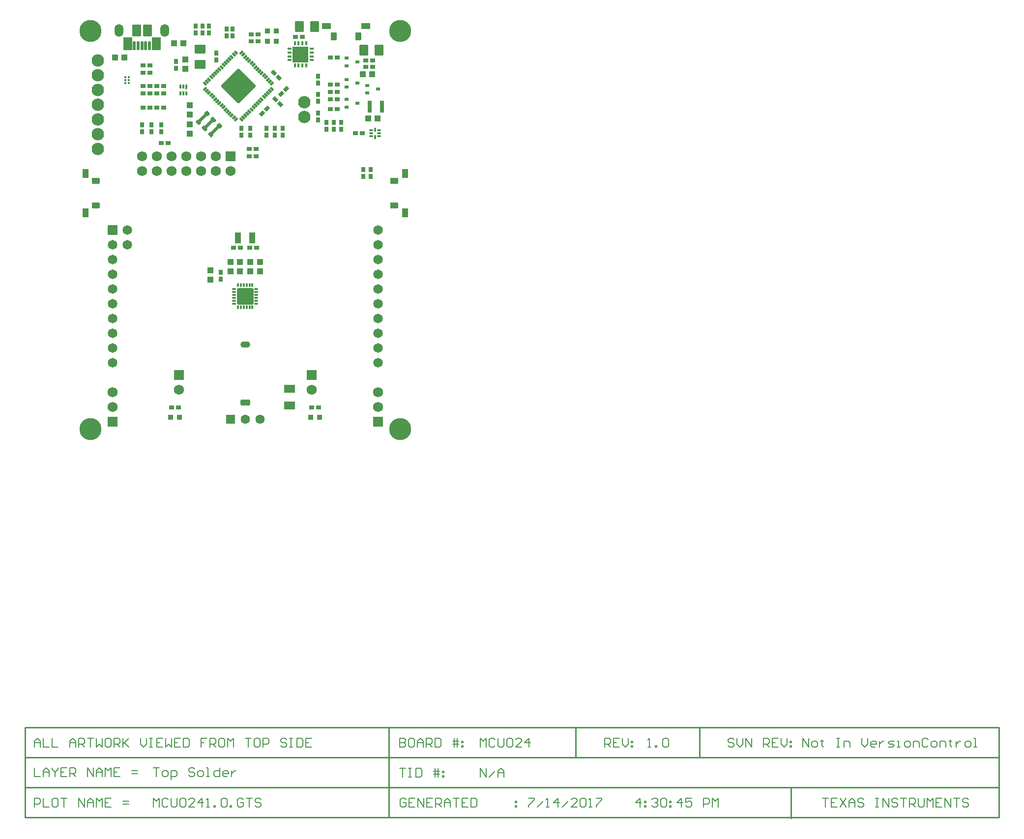
<source format=gts>
G04 Layer_Color=8388736*
%FSAX25Y25*%
%MOIN*%
G70*
G01*
G75*
%ADD48C,0.01000*%
%ADD49C,0.00800*%
%ADD60C,0.06496*%
%ADD87R,0.04331X0.04134*%
%ADD88R,0.04134X0.04331*%
G04:AMPARAMS|DCode=89|XSize=22.44mil|YSize=27.56mil|CornerRadius=3.91mil|HoleSize=0mil|Usage=FLASHONLY|Rotation=270.000|XOffset=0mil|YOffset=0mil|HoleType=Round|Shape=RoundedRectangle|*
%AMROUNDEDRECTD89*
21,1,0.02244,0.01974,0,0,270.0*
21,1,0.01462,0.02756,0,0,270.0*
1,1,0.00782,-0.00987,-0.00731*
1,1,0.00782,-0.00987,0.00731*
1,1,0.00782,0.00987,0.00731*
1,1,0.00782,0.00987,-0.00731*
%
%ADD89ROUNDEDRECTD89*%
%ADD90R,0.03543X0.02756*%
%ADD91R,0.02756X0.03543*%
G04:AMPARAMS|DCode=92|XSize=27.56mil|YSize=35.43mil|CornerRadius=0mil|HoleSize=0mil|Usage=FLASHONLY|Rotation=315.000|XOffset=0mil|YOffset=0mil|HoleType=Round|Shape=Rectangle|*
%AMROTATEDRECTD92*
4,1,4,-0.02227,-0.00278,0.00278,0.02227,0.02227,0.00278,-0.00278,-0.02227,-0.02227,-0.00278,0.0*
%
%ADD92ROTATEDRECTD92*%

G04:AMPARAMS|DCode=93|XSize=27.56mil|YSize=35.43mil|CornerRadius=0mil|HoleSize=0mil|Usage=FLASHONLY|Rotation=225.000|XOffset=0mil|YOffset=0mil|HoleType=Round|Shape=Rectangle|*
%AMROTATEDRECTD93*
4,1,4,-0.00278,0.02227,0.02227,-0.00278,0.00278,-0.02227,-0.02227,0.00278,-0.00278,0.02227,0.0*
%
%ADD93ROTATEDRECTD93*%

G04:AMPARAMS|DCode=94|XSize=74.8mil|YSize=59.06mil|CornerRadius=3.9mil|HoleSize=0mil|Usage=FLASHONLY|Rotation=90.000|XOffset=0mil|YOffset=0mil|HoleType=Round|Shape=RoundedRectangle|*
%AMROUNDEDRECTD94*
21,1,0.07480,0.05126,0,0,90.0*
21,1,0.06701,0.05906,0,0,90.0*
1,1,0.00780,0.02563,0.03350*
1,1,0.00780,0.02563,-0.03350*
1,1,0.00780,-0.02563,-0.03350*
1,1,0.00780,-0.02563,0.03350*
%
%ADD94ROUNDEDRECTD94*%
G04:AMPARAMS|DCode=95|XSize=74.8mil|YSize=59.06mil|CornerRadius=3.9mil|HoleSize=0mil|Usage=FLASHONLY|Rotation=0.000|XOffset=0mil|YOffset=0mil|HoleType=Round|Shape=RoundedRectangle|*
%AMROUNDEDRECTD95*
21,1,0.07480,0.05126,0,0,0.0*
21,1,0.06701,0.05906,0,0,0.0*
1,1,0.00780,0.03350,-0.02563*
1,1,0.00780,-0.03350,-0.02563*
1,1,0.00780,-0.03350,0.02563*
1,1,0.00780,0.03350,0.02563*
%
%ADD95ROUNDEDRECTD95*%
%ADD96R,0.03543X0.03543*%
G04:AMPARAMS|DCode=97|XSize=39.37mil|YSize=55.12mil|CornerRadius=3.92mil|HoleSize=0mil|Usage=FLASHONLY|Rotation=270.000|XOffset=0mil|YOffset=0mil|HoleType=Round|Shape=RoundedRectangle|*
%AMROUNDEDRECTD97*
21,1,0.03937,0.04728,0,0,270.0*
21,1,0.03154,0.05512,0,0,270.0*
1,1,0.00784,-0.02364,-0.01577*
1,1,0.00784,-0.02364,0.01577*
1,1,0.00784,0.02364,0.01577*
1,1,0.00784,0.02364,-0.01577*
%
%ADD97ROUNDEDRECTD97*%
G04:AMPARAMS|DCode=98|XSize=61.02mil|YSize=43.31mil|CornerRadius=3.94mil|HoleSize=0mil|Usage=FLASHONLY|Rotation=270.000|XOffset=0mil|YOffset=0mil|HoleType=Round|Shape=RoundedRectangle|*
%AMROUNDEDRECTD98*
21,1,0.06102,0.03543,0,0,270.0*
21,1,0.05315,0.04331,0,0,270.0*
1,1,0.00787,-0.01772,-0.02658*
1,1,0.00787,-0.01772,0.02658*
1,1,0.00787,0.01772,0.02658*
1,1,0.00787,0.01772,-0.02658*
%
%ADD98ROUNDEDRECTD98*%
G04:AMPARAMS|DCode=99|XSize=39.37mil|YSize=55.12mil|CornerRadius=3.92mil|HoleSize=0mil|Usage=FLASHONLY|Rotation=0.000|XOffset=0mil|YOffset=0mil|HoleType=Round|Shape=RoundedRectangle|*
%AMROUNDEDRECTD99*
21,1,0.03937,0.04728,0,0,0.0*
21,1,0.03154,0.05512,0,0,0.0*
1,1,0.00784,0.01577,-0.02364*
1,1,0.00784,-0.01577,-0.02364*
1,1,0.00784,-0.01577,0.02364*
1,1,0.00784,0.01577,0.02364*
%
%ADD99ROUNDEDRECTD99*%
G04:AMPARAMS|DCode=100|XSize=61.02mil|YSize=43.31mil|CornerRadius=3.94mil|HoleSize=0mil|Usage=FLASHONLY|Rotation=0.000|XOffset=0mil|YOffset=0mil|HoleType=Round|Shape=RoundedRectangle|*
%AMROUNDEDRECTD100*
21,1,0.06102,0.03543,0,0,0.0*
21,1,0.05315,0.04331,0,0,0.0*
1,1,0.00787,0.02658,-0.01772*
1,1,0.00787,-0.02658,-0.01772*
1,1,0.00787,-0.02658,0.01772*
1,1,0.00787,0.02658,0.01772*
%
%ADD100ROUNDEDRECTD100*%
%ADD101R,0.07677X0.05512*%
%ADD102R,0.02756X0.08268*%
%ADD103R,0.01772X0.01181*%
%ADD104R,0.01575X0.01181*%
%ADD105R,0.01378X0.03150*%
%ADD106R,0.01378X0.02992*%
%ADD107R,0.04331X0.07480*%
G04:AMPARAMS|DCode=108|XSize=62.01mil|YSize=86.61mil|CornerRadius=4mil|HoleSize=0mil|Usage=FLASHONLY|Rotation=0.000|XOffset=0mil|YOffset=0mil|HoleType=Round|Shape=RoundedRectangle|*
%AMROUNDEDRECTD108*
21,1,0.06201,0.07861,0,0,0.0*
21,1,0.05401,0.08661,0,0,0.0*
1,1,0.00800,0.02700,-0.03931*
1,1,0.00800,-0.02700,-0.03931*
1,1,0.00800,-0.02700,0.03931*
1,1,0.00800,0.02700,0.03931*
%
%ADD108ROUNDEDRECTD108*%
G04:AMPARAMS|DCode=109|XSize=58.07mil|YSize=78.74mil|CornerRadius=3.86mil|HoleSize=0mil|Usage=FLASHONLY|Rotation=0.000|XOffset=0mil|YOffset=0mil|HoleType=Round|Shape=RoundedRectangle|*
%AMROUNDEDRECTD109*
21,1,0.05807,0.07101,0,0,0.0*
21,1,0.05034,0.07874,0,0,0.0*
1,1,0.00773,0.02517,-0.03551*
1,1,0.00773,-0.02517,-0.03551*
1,1,0.00773,-0.02517,0.03551*
1,1,0.00773,0.02517,0.03551*
%
%ADD109ROUNDEDRECTD109*%
G04:AMPARAMS|DCode=110|XSize=21.65mil|YSize=58.27mil|CornerRadius=3.92mil|HoleSize=0mil|Usage=FLASHONLY|Rotation=0.000|XOffset=0mil|YOffset=0mil|HoleType=Round|Shape=RoundedRectangle|*
%AMROUNDEDRECTD110*
21,1,0.02165,0.05043,0,0,0.0*
21,1,0.01382,0.05827,0,0,0.0*
1,1,0.00784,0.00691,-0.02522*
1,1,0.00784,-0.00691,-0.02522*
1,1,0.00784,-0.00691,0.02522*
1,1,0.00784,0.00691,0.02522*
%
%ADD110ROUNDEDRECTD110*%
G04:AMPARAMS|DCode=111|XSize=106.36mil|YSize=19.75mil|CornerRadius=0mil|HoleSize=0mil|Usage=FLASHONLY|Rotation=45.000|XOffset=0mil|YOffset=0mil|HoleType=Round|Shape=Rectangle|*
%AMROTATEDRECTD111*
4,1,4,-0.03062,-0.04459,-0.04459,-0.03062,0.03062,0.04459,0.04459,0.03062,-0.03062,-0.04459,0.0*
%
%ADD111ROTATEDRECTD111*%

G04:AMPARAMS|DCode=112|XSize=171.26mil|YSize=171.26mil|CornerRadius=3.64mil|HoleSize=0mil|Usage=FLASHONLY|Rotation=135.000|XOffset=0mil|YOffset=0mil|HoleType=Round|Shape=RoundedRectangle|*
%AMROUNDEDRECTD112*
21,1,0.17126,0.16398,0,0,135.0*
21,1,0.16398,0.17126,0,0,135.0*
1,1,0.00728,0.00000,0.11595*
1,1,0.00728,0.11595,0.00000*
1,1,0.00728,0.00000,-0.11595*
1,1,0.00728,-0.11595,0.00000*
%
%ADD112ROUNDEDRECTD112*%
G04:AMPARAMS|DCode=113|XSize=14.96mil|YSize=29.13mil|CornerRadius=4.74mil|HoleSize=0mil|Usage=FLASHONLY|Rotation=315.000|XOffset=0mil|YOffset=0mil|HoleType=Round|Shape=RoundedRectangle|*
%AMROUNDEDRECTD113*
21,1,0.01496,0.01965,0,0,315.0*
21,1,0.00548,0.02913,0,0,315.0*
1,1,0.00948,-0.00501,-0.00889*
1,1,0.00948,-0.00889,-0.00501*
1,1,0.00948,0.00501,0.00889*
1,1,0.00948,0.00889,0.00501*
%
%ADD113ROUNDEDRECTD113*%
G04:AMPARAMS|DCode=114|XSize=14.96mil|YSize=29.13mil|CornerRadius=4.74mil|HoleSize=0mil|Usage=FLASHONLY|Rotation=45.000|XOffset=0mil|YOffset=0mil|HoleType=Round|Shape=RoundedRectangle|*
%AMROUNDEDRECTD114*
21,1,0.01496,0.01965,0,0,45.0*
21,1,0.00548,0.02913,0,0,45.0*
1,1,0.00948,0.00889,-0.00501*
1,1,0.00948,0.00501,-0.00889*
1,1,0.00948,-0.00889,0.00501*
1,1,0.00948,-0.00501,0.00889*
%
%ADD114ROUNDEDRECTD114*%
G04:AMPARAMS|DCode=115|XSize=13.39mil|YSize=27.56mil|CornerRadius=3.95mil|HoleSize=0mil|Usage=FLASHONLY|Rotation=90.000|XOffset=0mil|YOffset=0mil|HoleType=Round|Shape=RoundedRectangle|*
%AMROUNDEDRECTD115*
21,1,0.01339,0.01965,0,0,90.0*
21,1,0.00548,0.02756,0,0,90.0*
1,1,0.00791,0.00983,0.00274*
1,1,0.00791,0.00983,-0.00274*
1,1,0.00791,-0.00983,-0.00274*
1,1,0.00791,-0.00983,0.00274*
%
%ADD115ROUNDEDRECTD115*%
G04:AMPARAMS|DCode=116|XSize=13.39mil|YSize=27.56mil|CornerRadius=3.95mil|HoleSize=0mil|Usage=FLASHONLY|Rotation=0.000|XOffset=0mil|YOffset=0mil|HoleType=Round|Shape=RoundedRectangle|*
%AMROUNDEDRECTD116*
21,1,0.01339,0.01965,0,0,0.0*
21,1,0.00548,0.02756,0,0,0.0*
1,1,0.00791,0.00274,-0.00983*
1,1,0.00791,-0.00274,-0.00983*
1,1,0.00791,-0.00274,0.00983*
1,1,0.00791,0.00274,0.00983*
%
%ADD116ROUNDEDRECTD116*%
G04:AMPARAMS|DCode=117|XSize=110.24mil|YSize=110.24mil|CornerRadius=4.1mil|HoleSize=0mil|Usage=FLASHONLY|Rotation=0.000|XOffset=0mil|YOffset=0mil|HoleType=Round|Shape=RoundedRectangle|*
%AMROUNDEDRECTD117*
21,1,0.11024,0.10205,0,0,0.0*
21,1,0.10205,0.11024,0,0,0.0*
1,1,0.00819,0.05102,-0.05102*
1,1,0.00819,-0.05102,-0.05102*
1,1,0.00819,-0.05102,0.05102*
1,1,0.00819,0.05102,0.05102*
%
%ADD117ROUNDEDRECTD117*%
%ADD118O,0.02756X0.01575*%
%ADD119O,0.01575X0.02756*%
%ADD120R,0.11024X0.11024*%
G04:AMPARAMS|DCode=121|XSize=13.78mil|YSize=25.59mil|CornerRadius=3.94mil|HoleSize=0mil|Usage=FLASHONLY|Rotation=90.000|XOffset=0mil|YOffset=0mil|HoleType=Round|Shape=RoundedRectangle|*
%AMROUNDEDRECTD121*
21,1,0.01378,0.01772,0,0,90.0*
21,1,0.00591,0.02559,0,0,90.0*
1,1,0.00787,0.00886,0.00295*
1,1,0.00787,0.00886,-0.00295*
1,1,0.00787,-0.00886,-0.00295*
1,1,0.00787,-0.00886,0.00295*
%
%ADD121ROUNDEDRECTD121*%
G04:AMPARAMS|DCode=122|XSize=11.81mil|YSize=25.59mil|CornerRadius=3.94mil|HoleSize=0mil|Usage=FLASHONLY|Rotation=90.000|XOffset=0mil|YOffset=0mil|HoleType=Round|Shape=RoundedRectangle|*
%AMROUNDEDRECTD122*
21,1,0.01181,0.01772,0,0,90.0*
21,1,0.00394,0.02559,0,0,90.0*
1,1,0.00787,0.00886,0.00197*
1,1,0.00787,0.00886,-0.00197*
1,1,0.00787,-0.00886,-0.00197*
1,1,0.00787,-0.00886,0.00197*
%
%ADD122ROUNDEDRECTD122*%
G04:AMPARAMS|DCode=123|XSize=15.75mil|YSize=27.56mil|CornerRadius=3.92mil|HoleSize=0mil|Usage=FLASHONLY|Rotation=0.000|XOffset=0mil|YOffset=0mil|HoleType=Round|Shape=RoundedRectangle|*
%AMROUNDEDRECTD123*
21,1,0.01575,0.01972,0,0,0.0*
21,1,0.00791,0.02756,0,0,0.0*
1,1,0.00784,0.00396,-0.00986*
1,1,0.00784,-0.00396,-0.00986*
1,1,0.00784,-0.00396,0.00986*
1,1,0.00784,0.00396,0.00986*
%
%ADD123ROUNDEDRECTD123*%
G04:AMPARAMS|DCode=124|XSize=43.31mil|YSize=66.93mil|CornerRadius=11.81mil|HoleSize=0mil|Usage=FLASHONLY|Rotation=90.000|XOffset=0mil|YOffset=0mil|HoleType=Round|Shape=RoundedRectangle|*
%AMROUNDEDRECTD124*
21,1,0.04331,0.04331,0,0,90.0*
21,1,0.01969,0.06693,0,0,90.0*
1,1,0.02362,0.02165,0.00984*
1,1,0.02362,0.02165,-0.00984*
1,1,0.02362,-0.02165,-0.00984*
1,1,0.02362,-0.02165,0.00984*
%
%ADD124ROUNDEDRECTD124*%
%ADD125O,0.06693X0.04331*%
%ADD126C,0.15000*%
%ADD127C,0.08394*%
G04:AMPARAMS|DCode=128|XSize=68.9mil|YSize=68.9mil|CornerRadius=3.92mil|HoleSize=0mil|Usage=FLASHONLY|Rotation=270.000|XOffset=0mil|YOffset=0mil|HoleType=Round|Shape=RoundedRectangle|*
%AMROUNDEDRECTD128*
21,1,0.06890,0.06106,0,0,270.0*
21,1,0.06106,0.06890,0,0,270.0*
1,1,0.00784,-0.03053,-0.03053*
1,1,0.00784,-0.03053,0.03053*
1,1,0.00784,0.03053,0.03053*
1,1,0.00784,0.03053,-0.03053*
%
%ADD128ROUNDEDRECTD128*%
%ADD129C,0.06890*%
G04:AMPARAMS|DCode=130|XSize=64.96mil|YSize=64.96mil|CornerRadius=3.8mil|HoleSize=0mil|Usage=FLASHONLY|Rotation=270.000|XOffset=0mil|YOffset=0mil|HoleType=Round|Shape=RoundedRectangle|*
%AMROUNDEDRECTD130*
21,1,0.06496,0.05736,0,0,270.0*
21,1,0.05736,0.06496,0,0,270.0*
1,1,0.00760,-0.02868,-0.02868*
1,1,0.00760,-0.02868,0.02868*
1,1,0.00760,0.02868,0.02868*
1,1,0.00760,0.02868,-0.02868*
%
%ADD130ROUNDEDRECTD130*%
%ADD131R,0.06299X0.06299*%
%ADD132C,0.06299*%
G04:AMPARAMS|DCode=133|XSize=86.61mil|YSize=59.06mil|CornerRadius=29.53mil|HoleSize=0mil|Usage=FLASHONLY|Rotation=270.000|XOffset=0mil|YOffset=0mil|HoleType=Round|Shape=RoundedRectangle|*
%AMROUNDEDRECTD133*
21,1,0.08661,0.00000,0,0,270.0*
21,1,0.02756,0.05906,0,0,270.0*
1,1,0.05906,0.00000,-0.01378*
1,1,0.05906,0.00000,0.01378*
1,1,0.05906,0.00000,0.01378*
1,1,0.05906,0.00000,-0.01378*
%
%ADD133ROUNDEDRECTD133*%
%ADD134R,0.06890X0.06890*%
G36*
X0171420Y0511151D02*
X0171457Y0511139D01*
X0171491Y0511121D01*
X0171521Y0511097D01*
X0173748Y0508870D01*
X0173773Y0508840D01*
X0173791Y0508805D01*
X0173802Y0508768D01*
X0173806Y0508730D01*
X0173802Y0508691D01*
X0173791Y0508654D01*
X0173773Y0508620D01*
X0173748Y0508590D01*
X0172356Y0507198D01*
X0172326Y0507173D01*
X0172292Y0507155D01*
X0172255Y0507144D01*
X0172216Y0507140D01*
X0172178Y0507144D01*
X0172141Y0507155D01*
X0172107Y0507173D01*
X0172077Y0507198D01*
X0169850Y0509425D01*
X0169825Y0509455D01*
X0169807Y0509489D01*
X0169795Y0509526D01*
X0169792Y0509565D01*
X0169795Y0509603D01*
X0169807Y0509641D01*
X0169825Y0509675D01*
X0169850Y0509705D01*
X0171241Y0511097D01*
X0171271Y0511121D01*
X0171306Y0511139D01*
X0171343Y0511151D01*
X0171381Y0511155D01*
X0171420Y0511151D01*
D02*
G37*
G36*
X0161259Y0509341D02*
X0161296Y0509330D01*
X0161330Y0509312D01*
X0161360Y0509287D01*
X0163587Y0507060D01*
X0163612Y0507030D01*
X0163630Y0506996D01*
X0163641Y0506959D01*
X0163645Y0506920D01*
X0163641Y0506882D01*
X0163630Y0506844D01*
X0163612Y0506810D01*
X0163587Y0506780D01*
X0162195Y0505388D01*
X0162165Y0505364D01*
X0162131Y0505345D01*
X0162094Y0505334D01*
X0162055Y0505330D01*
X0162017Y0505334D01*
X0161980Y0505345D01*
X0161945Y0505364D01*
X0161915Y0505388D01*
X0159688Y0507615D01*
X0159664Y0507645D01*
X0159645Y0507680D01*
X0159634Y0507717D01*
X0159630Y0507755D01*
X0159634Y0507794D01*
X0159645Y0507831D01*
X0159664Y0507865D01*
X0159688Y0507895D01*
X0161080Y0509287D01*
X0161110Y0509312D01*
X0161144Y0509330D01*
X0161181Y0509341D01*
X0161220Y0509345D01*
X0161259Y0509341D01*
D02*
G37*
G36*
X0165435Y0505165D02*
X0165472Y0505154D01*
X0165506Y0505136D01*
X0165536Y0505111D01*
X0167763Y0502884D01*
X0167763Y0502884D01*
X0167788Y0502854D01*
X0167806Y0502820D01*
X0167809Y0502809D01*
X0167817Y0502783D01*
X0167821Y0502744D01*
X0167817Y0502706D01*
X0167806Y0502669D01*
X0167788Y0502634D01*
X0167763Y0502604D01*
X0166371Y0501213D01*
X0166341Y0501188D01*
X0166307Y0501170D01*
X0166270Y0501158D01*
X0166231Y0501155D01*
X0166192Y0501158D01*
X0166155Y0501170D01*
X0166121Y0501188D01*
X0166091Y0501213D01*
X0163864Y0503440D01*
X0163864Y0503440D01*
X0163840Y0503470D01*
X0163821Y0503504D01*
X0163818Y0503515D01*
X0163810Y0503541D01*
X0163806Y0503580D01*
X0163810Y0503618D01*
X0163821Y0503655D01*
X0163840Y0503689D01*
X0163864Y0503719D01*
X0165256Y0505111D01*
X0165286Y0505136D01*
X0165320Y0505154D01*
X0165357Y0505165D01*
X0165396Y0505169D01*
X0165435Y0505165D01*
D02*
G37*
G36*
X0157083Y0513517D02*
X0157120Y0513506D01*
X0157154Y0513487D01*
X0157184Y0513463D01*
X0159411Y0511236D01*
X0159411Y0511236D01*
X0159436Y0511206D01*
X0159454Y0511172D01*
X0159458Y0511160D01*
X0159465Y0511135D01*
X0159469Y0511096D01*
X0159465Y0511057D01*
X0159454Y0511020D01*
X0159436Y0510986D01*
X0159411Y0510956D01*
X0158019Y0509564D01*
X0157989Y0509540D01*
X0157955Y0509521D01*
X0157918Y0509510D01*
X0157879Y0509506D01*
X0157841Y0509510D01*
X0157804Y0509521D01*
X0157770Y0509540D01*
X0157740Y0509564D01*
X0155513Y0511791D01*
X0155512Y0511791D01*
X0155488Y0511821D01*
X0155470Y0511855D01*
X0155466Y0511867D01*
X0155458Y0511893D01*
X0155455Y0511931D01*
X0155458Y0511970D01*
X0155470Y0512007D01*
X0155488Y0512041D01*
X0155512Y0512071D01*
X0156904Y0513463D01*
X0156934Y0513487D01*
X0156969Y0513506D01*
X0157006Y0513517D01*
X0157044Y0513521D01*
X0157083Y0513517D01*
D02*
G37*
G36*
X0149699Y0534775D02*
X0149736Y0534764D01*
X0149770Y0534746D01*
X0149801Y0534721D01*
X0149825Y0534691D01*
X0149843Y0534657D01*
X0149855Y0534620D01*
X0149858Y0534581D01*
Y0534384D01*
X0149858Y0534384D01*
X0149856Y0534365D01*
X0149855Y0534346D01*
X0149846Y0534317D01*
X0149843Y0534309D01*
X0149825Y0534274D01*
X0149801Y0534244D01*
X0149407Y0533851D01*
X0149407Y0533851D01*
X0149393Y0533840D01*
X0149377Y0533826D01*
X0149343Y0533808D01*
X0149305Y0533797D01*
X0149302Y0533796D01*
X0149267Y0533793D01*
X0149267Y0533793D01*
X0148676D01*
X0148638Y0533797D01*
X0148601Y0533808D01*
X0148566Y0533826D01*
X0148537Y0533851D01*
X0148512Y0533881D01*
X0148494Y0533915D01*
X0148482Y0533952D01*
X0148479Y0533990D01*
Y0534581D01*
X0148482Y0534620D01*
X0148494Y0534657D01*
X0148512Y0534691D01*
X0148537Y0534721D01*
X0148566Y0534746D01*
X0148601Y0534764D01*
X0148638Y0534775D01*
X0148676Y0534779D01*
X0149661D01*
X0149699Y0534775D01*
D02*
G37*
G36*
X0163068Y0519502D02*
X0163105Y0519491D01*
X0163140Y0519473D01*
X0163170Y0519448D01*
X0165397Y0517221D01*
X0165421Y0517191D01*
X0165439Y0517157D01*
X0165451Y0517120D01*
X0165455Y0517081D01*
X0165451Y0517043D01*
X0165439Y0517006D01*
X0165421Y0516971D01*
X0165397Y0516941D01*
X0164005Y0515550D01*
X0163975Y0515525D01*
X0163941Y0515507D01*
X0163903Y0515495D01*
X0163865Y0515492D01*
X0163826Y0515495D01*
X0163789Y0515507D01*
X0163755Y0515525D01*
X0163725Y0515550D01*
X0161498Y0517777D01*
X0161473Y0517807D01*
X0161455Y0517841D01*
X0161444Y0517878D01*
X0161440Y0517916D01*
X0161444Y0517955D01*
X0161455Y0517992D01*
X0161473Y0518026D01*
X0161498Y0518056D01*
X0162890Y0519448D01*
X0162920Y0519473D01*
X0162954Y0519491D01*
X0162991Y0519502D01*
X0163030Y0519506D01*
X0163068Y0519502D01*
D02*
G37*
G36*
X0167244Y0515327D02*
X0167270Y0515319D01*
X0167281Y0515315D01*
X0167315Y0515297D01*
X0167345Y0515273D01*
X0167345Y0515272D01*
X0169572Y0513045D01*
X0169597Y0513015D01*
X0169615Y0512981D01*
X0169627Y0512944D01*
X0169630Y0512906D01*
X0169627Y0512867D01*
X0169615Y0512830D01*
X0169597Y0512796D01*
X0169572Y0512766D01*
X0168181Y0511374D01*
X0168150Y0511349D01*
X0168116Y0511331D01*
X0168079Y0511320D01*
X0168041Y0511316D01*
X0168002Y0511320D01*
X0167976Y0511327D01*
X0167965Y0511331D01*
X0167931Y0511349D01*
X0167901Y0511374D01*
X0167901Y0511374D01*
X0165674Y0513601D01*
X0165649Y0513631D01*
X0165631Y0513665D01*
X0165620Y0513702D01*
X0165616Y0513741D01*
X0165620Y0513779D01*
X0165631Y0513816D01*
X0165649Y0513851D01*
X0165674Y0513880D01*
X0167066Y0515273D01*
X0167096Y0515297D01*
X0167130Y0515315D01*
X0167167Y0515327D01*
X0167206Y0515330D01*
X0167244Y0515327D01*
D02*
G37*
G54D48*
X0559400Y0039400D02*
Y0059683D01*
X0440500Y0040050D02*
X0700200D01*
Y0101050D01*
X0286500Y0040050D02*
Y0101050D01*
X0040000Y0040050D02*
Y0101050D01*
X0040050Y0040050D02*
X0197600D01*
X0040050D02*
Y0101050D01*
Y0101050D02*
X0700200D01*
X0040000Y0040050D02*
X0440500D01*
X0040000Y0060383D02*
X0700000D01*
X0040000Y0080717D02*
X0700200D01*
X0413200D02*
Y0101050D01*
X0497200Y0080717D02*
Y0101050D01*
G54D49*
X0126900Y0073549D02*
X0130899D01*
X0128899D01*
Y0067551D01*
X0133898D02*
X0135897D01*
X0136897Y0068550D01*
Y0070550D01*
X0135897Y0071549D01*
X0133898D01*
X0132898Y0070550D01*
Y0068550D01*
X0133898Y0067551D01*
X0138896Y0065551D02*
Y0071549D01*
X0141895D01*
X0142895Y0070550D01*
Y0068550D01*
X0141895Y0067551D01*
X0138896D01*
X0154891Y0072549D02*
X0153891Y0073549D01*
X0151892D01*
X0150892Y0072549D01*
Y0071549D01*
X0151892Y0070550D01*
X0153891D01*
X0154891Y0069550D01*
Y0068550D01*
X0153891Y0067551D01*
X0151892D01*
X0150892Y0068550D01*
X0157890Y0067551D02*
X0159889D01*
X0160889Y0068550D01*
Y0070550D01*
X0159889Y0071549D01*
X0157890D01*
X0156890Y0070550D01*
Y0068550D01*
X0157890Y0067551D01*
X0162888D02*
X0164888D01*
X0163888D01*
Y0073549D01*
X0162888D01*
X0171885D02*
Y0067551D01*
X0168886D01*
X0167887Y0068550D01*
Y0070550D01*
X0168886Y0071549D01*
X0171885D01*
X0176884Y0067551D02*
X0174884D01*
X0173885Y0068550D01*
Y0070550D01*
X0174884Y0071549D01*
X0176884D01*
X0177884Y0070550D01*
Y0069550D01*
X0173885D01*
X0179883Y0071549D02*
Y0067551D01*
Y0069550D01*
X0180883Y0070550D01*
X0181882Y0071549D01*
X0182882D01*
X0126900Y0073549D02*
X0130899D01*
X0128899D01*
Y0067551D01*
X0133898D02*
X0135897D01*
X0136897Y0068550D01*
Y0070550D01*
X0135897Y0071549D01*
X0133898D01*
X0132898Y0070550D01*
Y0068550D01*
X0133898Y0067551D01*
X0138896Y0065551D02*
Y0071549D01*
X0141895D01*
X0142895Y0070550D01*
Y0068550D01*
X0141895Y0067551D01*
X0138896D01*
X0154891Y0072549D02*
X0153891Y0073549D01*
X0151892D01*
X0150892Y0072549D01*
Y0071549D01*
X0151892Y0070550D01*
X0153891D01*
X0154891Y0069550D01*
Y0068550D01*
X0153891Y0067551D01*
X0151892D01*
X0150892Y0068550D01*
X0157890Y0067551D02*
X0159889D01*
X0160889Y0068550D01*
Y0070550D01*
X0159889Y0071549D01*
X0157890D01*
X0156890Y0070550D01*
Y0068550D01*
X0157890Y0067551D01*
X0162888D02*
X0164888D01*
X0163888D01*
Y0073549D01*
X0162888D01*
X0171885D02*
Y0067551D01*
X0168886D01*
X0167887Y0068550D01*
Y0070550D01*
X0168886Y0071549D01*
X0171885D01*
X0176884Y0067551D02*
X0174884D01*
X0173885Y0068550D01*
Y0070550D01*
X0174884Y0071549D01*
X0176884D01*
X0177884Y0070550D01*
Y0069550D01*
X0173885D01*
X0179883Y0071549D02*
Y0067551D01*
Y0069550D01*
X0180883Y0070550D01*
X0181882Y0071549D01*
X0182882D01*
X0348550Y0067500D02*
Y0073498D01*
X0352549Y0067500D01*
Y0073498D01*
X0354548Y0067500D02*
X0358547Y0071499D01*
X0360546Y0067500D02*
Y0071499D01*
X0362545Y0073498D01*
X0364545Y0071499D01*
Y0067500D01*
Y0070499D01*
X0360546D01*
X0294000Y0073498D02*
X0297999D01*
X0295999D01*
Y0067500D01*
X0299998Y0073498D02*
X0301997D01*
X0300998D01*
Y0067500D01*
X0299998D01*
X0301997D01*
X0304996Y0073498D02*
Y0067500D01*
X0307996D01*
X0308995Y0068500D01*
Y0072498D01*
X0307996Y0073498D01*
X0304996D01*
X0317992Y0067500D02*
Y0073498D01*
X0319992D02*
Y0067500D01*
X0316993Y0071499D02*
X0319992D01*
X0320991D01*
X0316993Y0069499D02*
X0320991D01*
X0322991Y0071499D02*
X0323990D01*
Y0070499D01*
X0322991D01*
Y0071499D01*
Y0068500D02*
X0323990D01*
Y0067500D01*
X0322991D01*
Y0068500D01*
X0580500Y0052965D02*
X0584499D01*
X0582499D01*
Y0046966D01*
X0590497Y0052965D02*
X0586498D01*
Y0046966D01*
X0590497D01*
X0586498Y0049966D02*
X0588497D01*
X0592496Y0052965D02*
X0596495Y0046966D01*
Y0052965D02*
X0592496Y0046966D01*
X0598494D02*
Y0050965D01*
X0600493Y0052965D01*
X0602493Y0050965D01*
Y0046966D01*
Y0049966D01*
X0598494D01*
X0608491Y0051965D02*
X0607491Y0052965D01*
X0605492D01*
X0604492Y0051965D01*
Y0050965D01*
X0605492Y0049966D01*
X0607491D01*
X0608491Y0048966D01*
Y0047966D01*
X0607491Y0046966D01*
X0605492D01*
X0604492Y0047966D01*
X0616488Y0052965D02*
X0618488D01*
X0617488D01*
Y0046966D01*
X0616488D01*
X0618488D01*
X0621487D02*
Y0052965D01*
X0625486Y0046966D01*
Y0052965D01*
X0631484Y0051965D02*
X0630484Y0052965D01*
X0628484D01*
X0627485Y0051965D01*
Y0050965D01*
X0628484Y0049966D01*
X0630484D01*
X0631484Y0048966D01*
Y0047966D01*
X0630484Y0046966D01*
X0628484D01*
X0627485Y0047966D01*
X0633483Y0052965D02*
X0637482D01*
X0635482D01*
Y0046966D01*
X0639481D02*
Y0052965D01*
X0642480D01*
X0643480Y0051965D01*
Y0049966D01*
X0642480Y0048966D01*
X0639481D01*
X0641480D02*
X0643480Y0046966D01*
X0645479Y0052965D02*
Y0047966D01*
X0646479Y0046966D01*
X0648478D01*
X0649478Y0047966D01*
Y0052965D01*
X0651477Y0046966D02*
Y0052965D01*
X0653476Y0050965D01*
X0655476Y0052965D01*
Y0046966D01*
X0661474Y0052965D02*
X0657475D01*
Y0046966D01*
X0661474D01*
X0657475Y0049966D02*
X0659474D01*
X0663473Y0046966D02*
Y0052965D01*
X0667472Y0046966D01*
Y0052965D01*
X0669471D02*
X0673470D01*
X0671471D01*
Y0046966D01*
X0679468Y0051965D02*
X0678468Y0052965D01*
X0676469D01*
X0675469Y0051965D01*
Y0050965D01*
X0676469Y0049966D01*
X0678468D01*
X0679468Y0048966D01*
Y0047966D01*
X0678468Y0046966D01*
X0676469D01*
X0675469Y0047966D01*
X0457049Y0046966D02*
Y0052965D01*
X0454050Y0049966D01*
X0458049D01*
X0460048Y0050965D02*
X0461048D01*
Y0049966D01*
X0460048D01*
Y0050965D01*
Y0047966D02*
X0461048D01*
Y0046966D01*
X0460048D01*
Y0047966D01*
X0465046Y0051965D02*
X0466046Y0052965D01*
X0468046D01*
X0469045Y0051965D01*
Y0050965D01*
X0468046Y0049966D01*
X0467046D01*
X0468046D01*
X0469045Y0048966D01*
Y0047966D01*
X0468046Y0046966D01*
X0466046D01*
X0465046Y0047966D01*
X0471044Y0051965D02*
X0472044Y0052965D01*
X0474044D01*
X0475043Y0051965D01*
Y0047966D01*
X0474044Y0046966D01*
X0472044D01*
X0471044Y0047966D01*
Y0051965D01*
X0477043Y0050965D02*
X0478042D01*
Y0049966D01*
X0477043D01*
Y0050965D01*
Y0047966D02*
X0478042D01*
Y0046966D01*
X0477043D01*
Y0047966D01*
X0485040Y0046966D02*
Y0052965D01*
X0482041Y0049966D01*
X0486040D01*
X0492038Y0052965D02*
X0488039D01*
Y0049966D01*
X0490038Y0050965D01*
X0491038D01*
X0492038Y0049966D01*
Y0047966D01*
X0491038Y0046966D01*
X0489039D01*
X0488039Y0047966D01*
X0500035Y0046966D02*
Y0052965D01*
X0503034D01*
X0504034Y0051965D01*
Y0049966D01*
X0503034Y0048966D01*
X0500035D01*
X0506033Y0046966D02*
Y0052965D01*
X0508033Y0050965D01*
X0510032Y0052965D01*
Y0046966D01*
X0046350D02*
Y0052965D01*
X0049349D01*
X0050349Y0051965D01*
Y0049966D01*
X0049349Y0048966D01*
X0046350D01*
X0052348Y0052965D02*
Y0046966D01*
X0056347D01*
X0061345Y0052965D02*
X0059346D01*
X0058346Y0051965D01*
Y0047966D01*
X0059346Y0046966D01*
X0061345D01*
X0062345Y0047966D01*
Y0051965D01*
X0061345Y0052965D01*
X0064344D02*
X0068343D01*
X0066343D01*
Y0046966D01*
X0076340D02*
Y0052965D01*
X0080339Y0046966D01*
Y0052965D01*
X0082338Y0046966D02*
Y0050965D01*
X0084338Y0052965D01*
X0086337Y0050965D01*
Y0046966D01*
Y0049966D01*
X0082338D01*
X0088336Y0046966D02*
Y0052965D01*
X0090336Y0050965D01*
X0092335Y0052965D01*
Y0046966D01*
X0098333Y0052965D02*
X0094335D01*
Y0046966D01*
X0098333D01*
X0094335Y0049966D02*
X0096334D01*
X0106331Y0048966D02*
X0110329D01*
X0106331Y0050965D02*
X0110329D01*
X0046350Y0073549D02*
Y0067551D01*
X0050349D01*
X0052348D02*
Y0071549D01*
X0054347Y0073549D01*
X0056347Y0071549D01*
Y0067551D01*
Y0070550D01*
X0052348D01*
X0058346Y0073549D02*
Y0072549D01*
X0060346Y0070550D01*
X0062345Y0072549D01*
Y0073549D01*
X0060346Y0070550D02*
Y0067551D01*
X0068343Y0073549D02*
X0064344D01*
Y0067551D01*
X0068343D01*
X0064344Y0070550D02*
X0066343D01*
X0070342Y0067551D02*
Y0073549D01*
X0073341D01*
X0074341Y0072549D01*
Y0070550D01*
X0073341Y0069550D01*
X0070342D01*
X0072342D02*
X0074341Y0067551D01*
X0082338D02*
Y0073549D01*
X0086337Y0067551D01*
Y0073549D01*
X0088336Y0067551D02*
Y0071549D01*
X0090336Y0073549D01*
X0092335Y0071549D01*
Y0067551D01*
Y0070550D01*
X0088336D01*
X0094335Y0067551D02*
Y0073549D01*
X0096334Y0071549D01*
X0098333Y0073549D01*
Y0067551D01*
X0104331Y0073549D02*
X0100332D01*
Y0067551D01*
X0104331D01*
X0100332Y0070550D02*
X0102332D01*
X0112329Y0069550D02*
X0116327D01*
X0112329Y0071549D02*
X0116327D01*
X0294000Y0093831D02*
Y0087833D01*
X0296999D01*
X0297999Y0088833D01*
Y0089833D01*
X0296999Y0090832D01*
X0294000D01*
X0296999D01*
X0297999Y0091832D01*
Y0092832D01*
X0296999Y0093831D01*
X0294000D01*
X0302997D02*
X0300998D01*
X0299998Y0092832D01*
Y0088833D01*
X0300998Y0087833D01*
X0302997D01*
X0303997Y0088833D01*
Y0092832D01*
X0302997Y0093831D01*
X0305996Y0087833D02*
Y0091832D01*
X0307996Y0093831D01*
X0309995Y0091832D01*
Y0087833D01*
Y0090832D01*
X0305996D01*
X0311994Y0087833D02*
Y0093831D01*
X0314993D01*
X0315993Y0092832D01*
Y0090832D01*
X0314993Y0089833D01*
X0311994D01*
X0313994D02*
X0315993Y0087833D01*
X0317992Y0093831D02*
Y0087833D01*
X0320991D01*
X0321991Y0088833D01*
Y0092832D01*
X0320991Y0093831D01*
X0317992D01*
X0330988Y0087833D02*
Y0093831D01*
X0332987D02*
Y0087833D01*
X0329988Y0091832D02*
X0332987D01*
X0333987D01*
X0329988Y0089833D02*
X0333987D01*
X0335986Y0091832D02*
X0336986D01*
Y0090832D01*
X0335986D01*
Y0091832D01*
Y0088833D02*
X0336986D01*
Y0087833D01*
X0335986D01*
Y0088833D01*
X0348550Y0087833D02*
Y0093831D01*
X0350549Y0091832D01*
X0352549Y0093831D01*
Y0087833D01*
X0358547Y0092832D02*
X0357547Y0093831D01*
X0355548D01*
X0354548Y0092832D01*
Y0088833D01*
X0355548Y0087833D01*
X0357547D01*
X0358547Y0088833D01*
X0360546Y0093831D02*
Y0088833D01*
X0361546Y0087833D01*
X0363545D01*
X0364545Y0088833D01*
Y0093831D01*
X0366544Y0092832D02*
X0367544Y0093831D01*
X0369543D01*
X0370543Y0092832D01*
Y0088833D01*
X0369543Y0087833D01*
X0367544D01*
X0366544Y0088833D01*
Y0092832D01*
X0376541Y0087833D02*
X0372542D01*
X0376541Y0091832D01*
Y0092832D01*
X0375541Y0093831D01*
X0373542D01*
X0372542Y0092832D01*
X0381539Y0087833D02*
Y0093831D01*
X0378540Y0090832D01*
X0382539D01*
X0462150Y0087833D02*
X0464149D01*
X0463150D01*
Y0093831D01*
X0462150Y0092832D01*
X0467148Y0087833D02*
Y0088833D01*
X0468148D01*
Y0087833D01*
X0467148D01*
X0472147Y0092832D02*
X0473146Y0093831D01*
X0475146D01*
X0476146Y0092832D01*
Y0088833D01*
X0475146Y0087833D01*
X0473146D01*
X0472147Y0088833D01*
Y0092832D01*
X0046350Y0087833D02*
Y0091832D01*
X0048349Y0093831D01*
X0050349Y0091832D01*
Y0087833D01*
Y0090832D01*
X0046350D01*
X0052348Y0093831D02*
Y0087833D01*
X0056347D01*
X0058346Y0093831D02*
Y0087833D01*
X0062345D01*
X0070342D02*
Y0091832D01*
X0072342Y0093831D01*
X0074341Y0091832D01*
Y0087833D01*
Y0090832D01*
X0070342D01*
X0076340Y0087833D02*
Y0093831D01*
X0079339D01*
X0080339Y0092832D01*
Y0090832D01*
X0079339Y0089833D01*
X0076340D01*
X0078340D02*
X0080339Y0087833D01*
X0082338Y0093831D02*
X0086337D01*
X0084338D01*
Y0087833D01*
X0088336Y0093831D02*
Y0087833D01*
X0090336Y0089833D01*
X0092335Y0087833D01*
Y0093831D01*
X0097334D02*
X0095334D01*
X0094335Y0092832D01*
Y0088833D01*
X0095334Y0087833D01*
X0097334D01*
X0098333Y0088833D01*
Y0092832D01*
X0097334Y0093831D01*
X0100332Y0087833D02*
Y0093831D01*
X0103332D01*
X0104331Y0092832D01*
Y0090832D01*
X0103332Y0089833D01*
X0100332D01*
X0102332D02*
X0104331Y0087833D01*
X0106331Y0093831D02*
Y0087833D01*
Y0089833D01*
X0110329Y0093831D01*
X0107330Y0090832D01*
X0110329Y0087833D01*
X0118327Y0093831D02*
Y0089833D01*
X0120326Y0087833D01*
X0122325Y0089833D01*
Y0093831D01*
X0124325D02*
X0126324D01*
X0125324D01*
Y0087833D01*
X0124325D01*
X0126324D01*
X0133322Y0093831D02*
X0129323D01*
Y0087833D01*
X0133322D01*
X0129323Y0090832D02*
X0131323D01*
X0135321Y0093831D02*
Y0087833D01*
X0137321Y0089833D01*
X0139320Y0087833D01*
Y0093831D01*
X0145318D02*
X0141319D01*
Y0087833D01*
X0145318D01*
X0141319Y0090832D02*
X0143319D01*
X0147317Y0093831D02*
Y0087833D01*
X0150316D01*
X0151316Y0088833D01*
Y0092832D01*
X0150316Y0093831D01*
X0147317D01*
X0163312D02*
X0159313D01*
Y0090832D01*
X0161313D01*
X0159313D01*
Y0087833D01*
X0165312D02*
Y0093831D01*
X0168310D01*
X0169310Y0092832D01*
Y0090832D01*
X0168310Y0089833D01*
X0165312D01*
X0167311D02*
X0169310Y0087833D01*
X0174309Y0093831D02*
X0172309D01*
X0171310Y0092832D01*
Y0088833D01*
X0172309Y0087833D01*
X0174309D01*
X0175308Y0088833D01*
Y0092832D01*
X0174309Y0093831D01*
X0177308Y0087833D02*
Y0093831D01*
X0179307Y0091832D01*
X0181306Y0093831D01*
Y0087833D01*
X0189304Y0093831D02*
X0193303D01*
X0191303D01*
Y0087833D01*
X0198301Y0093831D02*
X0196301D01*
X0195302Y0092832D01*
Y0088833D01*
X0196301Y0087833D01*
X0198301D01*
X0199301Y0088833D01*
Y0092832D01*
X0198301Y0093831D01*
X0201300Y0087833D02*
Y0093831D01*
X0204299D01*
X0205299Y0092832D01*
Y0090832D01*
X0204299Y0089833D01*
X0201300D01*
X0217295Y0092832D02*
X0216295Y0093831D01*
X0214296D01*
X0213296Y0092832D01*
Y0091832D01*
X0214296Y0090832D01*
X0216295D01*
X0217295Y0089833D01*
Y0088833D01*
X0216295Y0087833D01*
X0214296D01*
X0213296Y0088833D01*
X0219294Y0093831D02*
X0221293D01*
X0220294D01*
Y0087833D01*
X0219294D01*
X0221293D01*
X0224292Y0093831D02*
Y0087833D01*
X0227291D01*
X0228291Y0088833D01*
Y0092832D01*
X0227291Y0093831D01*
X0224292D01*
X0234289D02*
X0230291D01*
Y0087833D01*
X0234289D01*
X0230291Y0090832D02*
X0232290D01*
X0298199Y0051965D02*
X0297199Y0052965D01*
X0295200D01*
X0294200Y0051965D01*
Y0047966D01*
X0295200Y0046966D01*
X0297199D01*
X0298199Y0047966D01*
Y0049966D01*
X0296199D01*
X0304197Y0052965D02*
X0300198D01*
Y0046966D01*
X0304197D01*
X0300198Y0049966D02*
X0302197D01*
X0306196Y0046966D02*
Y0052965D01*
X0310195Y0046966D01*
Y0052965D01*
X0316193D02*
X0312194D01*
Y0046966D01*
X0316193D01*
X0312194Y0049966D02*
X0314194D01*
X0318192Y0046966D02*
Y0052965D01*
X0321191D01*
X0322191Y0051965D01*
Y0049966D01*
X0321191Y0048966D01*
X0318192D01*
X0320192D02*
X0322191Y0046966D01*
X0324190D02*
Y0050965D01*
X0326190Y0052965D01*
X0328189Y0050965D01*
Y0046966D01*
Y0049966D01*
X0324190D01*
X0330188Y0052965D02*
X0334187D01*
X0332188D01*
Y0046966D01*
X0340185Y0052965D02*
X0336186D01*
Y0046966D01*
X0340185D01*
X0336186Y0049966D02*
X0338186D01*
X0342184Y0052965D02*
Y0046966D01*
X0345183D01*
X0346183Y0047966D01*
Y0051965D01*
X0345183Y0052965D01*
X0342184D01*
X0372175Y0050965D02*
X0373175D01*
Y0049966D01*
X0372175D01*
Y0050965D01*
Y0047966D02*
X0373175D01*
Y0046966D01*
X0372175D01*
Y0047966D01*
X0381150Y0052965D02*
X0385149D01*
Y0051965D01*
X0381150Y0047966D01*
Y0046966D01*
X0387148D02*
X0391147Y0050965D01*
X0393146Y0046966D02*
X0395146D01*
X0394146D01*
Y0052965D01*
X0393146Y0051965D01*
X0401144Y0046966D02*
Y0052965D01*
X0398145Y0049966D01*
X0402143D01*
X0404143Y0046966D02*
X0408141Y0050965D01*
X0414139Y0046966D02*
X0410141D01*
X0414139Y0050965D01*
Y0051965D01*
X0413140Y0052965D01*
X0411140D01*
X0410141Y0051965D01*
X0416139D02*
X0417138Y0052965D01*
X0419138D01*
X0420137Y0051965D01*
Y0047966D01*
X0419138Y0046966D01*
X0417138D01*
X0416139Y0047966D01*
Y0051965D01*
X0422137Y0046966D02*
X0424136D01*
X0423136D01*
Y0052965D01*
X0422137Y0051965D01*
X0427135Y0052965D02*
X0431134D01*
Y0051965D01*
X0427135Y0047966D01*
Y0046966D01*
X0126900D02*
Y0052965D01*
X0128899Y0050965D01*
X0130899Y0052965D01*
Y0046966D01*
X0136897Y0051965D02*
X0135897Y0052965D01*
X0133898D01*
X0132898Y0051965D01*
Y0047966D01*
X0133898Y0046966D01*
X0135897D01*
X0136897Y0047966D01*
X0138896Y0052965D02*
Y0047966D01*
X0139896Y0046966D01*
X0141895D01*
X0142895Y0047966D01*
Y0052965D01*
X0144894Y0051965D02*
X0145894Y0052965D01*
X0147893D01*
X0148893Y0051965D01*
Y0047966D01*
X0147893Y0046966D01*
X0145894D01*
X0144894Y0047966D01*
Y0051965D01*
X0154891Y0046966D02*
X0150892D01*
X0154891Y0050965D01*
Y0051965D01*
X0153891Y0052965D01*
X0151892D01*
X0150892Y0051965D01*
X0159889Y0046966D02*
Y0052965D01*
X0156890Y0049966D01*
X0160889D01*
X0162888Y0046966D02*
X0164888D01*
X0163888D01*
Y0052965D01*
X0162888Y0051965D01*
X0167887Y0046966D02*
Y0047966D01*
X0168886D01*
Y0046966D01*
X0167887D01*
X0172885Y0051965D02*
X0173885Y0052965D01*
X0175884D01*
X0176884Y0051965D01*
Y0047966D01*
X0175884Y0046966D01*
X0173885D01*
X0172885Y0047966D01*
Y0051965D01*
X0178883Y0046966D02*
Y0047966D01*
X0179883D01*
Y0046966D01*
X0178883D01*
X0187880Y0051965D02*
X0186881Y0052965D01*
X0184881D01*
X0183882Y0051965D01*
Y0047966D01*
X0184881Y0046966D01*
X0186881D01*
X0187880Y0047966D01*
Y0049966D01*
X0185881D01*
X0189880Y0052965D02*
X0193878D01*
X0191879D01*
Y0046966D01*
X0199876Y0051965D02*
X0198877Y0052965D01*
X0196877D01*
X0195878Y0051965D01*
Y0050965D01*
X0196877Y0049966D01*
X0198877D01*
X0199876Y0048966D01*
Y0047966D01*
X0198877Y0046966D01*
X0196877D01*
X0195878Y0047966D01*
X0433000Y0087833D02*
Y0093831D01*
X0435999D01*
X0436999Y0092832D01*
Y0090832D01*
X0435999Y0089833D01*
X0433000D01*
X0434999D02*
X0436999Y0087833D01*
X0442997Y0093831D02*
X0438998D01*
Y0087833D01*
X0442997D01*
X0438998Y0090832D02*
X0440997D01*
X0444996Y0093831D02*
Y0089833D01*
X0446995Y0087833D01*
X0448995Y0089833D01*
Y0093831D01*
X0450994Y0091832D02*
X0451994D01*
Y0090832D01*
X0450994D01*
Y0091832D01*
Y0088833D02*
X0451994D01*
Y0087833D01*
X0450994D01*
Y0088833D01*
X0520799Y0092832D02*
X0519799Y0093831D01*
X0517800D01*
X0516800Y0092832D01*
Y0091832D01*
X0517800Y0090832D01*
X0519799D01*
X0520799Y0089833D01*
Y0088833D01*
X0519799Y0087833D01*
X0517800D01*
X0516800Y0088833D01*
X0522798Y0093831D02*
Y0089833D01*
X0524797Y0087833D01*
X0526797Y0089833D01*
Y0093831D01*
X0528796Y0087833D02*
Y0093831D01*
X0532795Y0087833D01*
Y0093831D01*
X0540792Y0087833D02*
Y0093831D01*
X0543791D01*
X0544791Y0092832D01*
Y0090832D01*
X0543791Y0089833D01*
X0540792D01*
X0542792D02*
X0544791Y0087833D01*
X0550789Y0093831D02*
X0546790D01*
Y0087833D01*
X0550789D01*
X0546790Y0090832D02*
X0548790D01*
X0552788Y0093831D02*
Y0089833D01*
X0554788Y0087833D01*
X0556787Y0089833D01*
Y0093831D01*
X0558786Y0091832D02*
X0559786D01*
Y0090832D01*
X0558786D01*
Y0091832D01*
Y0088833D02*
X0559786D01*
Y0087833D01*
X0558786D01*
Y0088833D01*
X0567400Y0087833D02*
Y0093831D01*
X0571399Y0087833D01*
Y0093831D01*
X0574398Y0087833D02*
X0576397D01*
X0577397Y0088833D01*
Y0090832D01*
X0576397Y0091832D01*
X0574398D01*
X0573398Y0090832D01*
Y0088833D01*
X0574398Y0087833D01*
X0580396Y0092832D02*
Y0091832D01*
X0579396D01*
X0581395D01*
X0580396D01*
Y0088833D01*
X0581395Y0087833D01*
X0590393Y0093831D02*
X0592392D01*
X0591392D01*
Y0087833D01*
X0590393D01*
X0592392D01*
X0595391D02*
Y0091832D01*
X0598390D01*
X0599390Y0090832D01*
Y0087833D01*
X0607387Y0093831D02*
Y0089833D01*
X0609386Y0087833D01*
X0611386Y0089833D01*
Y0093831D01*
X0616384Y0087833D02*
X0614385D01*
X0613385Y0088833D01*
Y0090832D01*
X0614385Y0091832D01*
X0616384D01*
X0617384Y0090832D01*
Y0089833D01*
X0613385D01*
X0619383Y0091832D02*
Y0087833D01*
Y0089833D01*
X0620383Y0090832D01*
X0621383Y0091832D01*
X0622382D01*
X0625381Y0087833D02*
X0628380D01*
X0629380Y0088833D01*
X0628380Y0089833D01*
X0626381D01*
X0625381Y0090832D01*
X0626381Y0091832D01*
X0629380D01*
X0631379Y0087833D02*
X0633379D01*
X0632379D01*
Y0091832D01*
X0631379D01*
X0637377Y0087833D02*
X0639377D01*
X0640376Y0088833D01*
Y0090832D01*
X0639377Y0091832D01*
X0637377D01*
X0636378Y0090832D01*
Y0088833D01*
X0637377Y0087833D01*
X0642376D02*
Y0091832D01*
X0645375D01*
X0646374Y0090832D01*
Y0087833D01*
X0652373Y0092832D02*
X0651373Y0093831D01*
X0649373D01*
X0648374Y0092832D01*
Y0088833D01*
X0649373Y0087833D01*
X0651373D01*
X0652373Y0088833D01*
X0655372Y0087833D02*
X0657371D01*
X0658371Y0088833D01*
Y0090832D01*
X0657371Y0091832D01*
X0655372D01*
X0654372Y0090832D01*
Y0088833D01*
X0655372Y0087833D01*
X0660370D02*
Y0091832D01*
X0663369D01*
X0664369Y0090832D01*
Y0087833D01*
X0667368Y0092832D02*
Y0091832D01*
X0666368D01*
X0668367D01*
X0667368D01*
Y0088833D01*
X0668367Y0087833D01*
X0671366Y0091832D02*
Y0087833D01*
Y0089833D01*
X0672366Y0090832D01*
X0673366Y0091832D01*
X0674365D01*
X0678364Y0087833D02*
X0680364D01*
X0681363Y0088833D01*
Y0090832D01*
X0680364Y0091832D01*
X0678364D01*
X0677364Y0090832D01*
Y0088833D01*
X0678364Y0087833D01*
X0683362D02*
X0685362D01*
X0684362D01*
Y0093831D01*
X0683362D01*
G54D60*
X0099200Y0348400D02*
D03*
Y0358400D02*
D03*
Y0368400D02*
D03*
Y0378400D02*
D03*
Y0388400D02*
D03*
Y0398400D02*
D03*
Y0408400D02*
D03*
Y0418400D02*
D03*
Y0428400D02*
D03*
X0279200Y0348400D02*
D03*
Y0358400D02*
D03*
Y0368400D02*
D03*
Y0378400D02*
D03*
Y0388400D02*
D03*
Y0398400D02*
D03*
Y0408400D02*
D03*
Y0418400D02*
D03*
Y0428400D02*
D03*
Y0438400D02*
D03*
X0109200D02*
D03*
Y0428400D02*
D03*
G54D87*
X0147350Y0564900D02*
D03*
X0141050D02*
D03*
X0272550Y0513900D02*
D03*
X0278850D02*
D03*
X0275350Y0543900D02*
D03*
X0269050D02*
D03*
X0101050Y0555400D02*
D03*
X0107350D02*
D03*
G54D88*
X0148700Y0547750D02*
D03*
Y0554050D02*
D03*
X0151700Y0523050D02*
D03*
Y0516750D02*
D03*
Y0510050D02*
D03*
Y0503750D02*
D03*
X0165700Y0411050D02*
D03*
Y0404750D02*
D03*
X0192700Y0416550D02*
D03*
Y0410250D02*
D03*
X0185700Y0416550D02*
D03*
Y0410250D02*
D03*
X0199200Y0416550D02*
D03*
Y0410250D02*
D03*
X0179200Y0416550D02*
D03*
Y0410250D02*
D03*
G54D89*
X0271960Y0536459D02*
D03*
Y0531341D02*
D03*
X0279440Y0533900D02*
D03*
X0257960Y0526959D02*
D03*
Y0521841D02*
D03*
X0265440Y0524400D02*
D03*
X0257960Y0554959D02*
D03*
Y0549841D02*
D03*
X0265440Y0552400D02*
D03*
X0257960Y0540459D02*
D03*
Y0535341D02*
D03*
X0265440Y0537900D02*
D03*
G54D90*
X0196562Y0488400D02*
D03*
X0191838D02*
D03*
X0251562Y0526900D02*
D03*
X0246838D02*
D03*
X0246838Y0520400D02*
D03*
X0251562D02*
D03*
X0246838Y0531900D02*
D03*
X0251562D02*
D03*
X0119838Y0544900D02*
D03*
X0124562D02*
D03*
X0270838Y0553400D02*
D03*
X0275562D02*
D03*
X0246838Y0536900D02*
D03*
X0251562D02*
D03*
X0251562Y0555400D02*
D03*
X0246838D02*
D03*
X0129338Y0530900D02*
D03*
X0134062D02*
D03*
X0134062Y0535900D02*
D03*
X0129338D02*
D03*
X0119838Y0521400D02*
D03*
X0124562D02*
D03*
X0119838Y0535900D02*
D03*
X0124562D02*
D03*
X0198062Y0570900D02*
D03*
X0193338D02*
D03*
X0198062Y0566400D02*
D03*
X0193338D02*
D03*
X0119838Y0549900D02*
D03*
X0124562D02*
D03*
X0263838Y0503900D02*
D03*
X0268562D02*
D03*
X0223338Y0569400D02*
D03*
X0228062D02*
D03*
X0270838Y0548900D02*
D03*
X0275562D02*
D03*
X0134062Y0521400D02*
D03*
X0129338D02*
D03*
X0119838Y0530900D02*
D03*
X0124562D02*
D03*
X0132338Y0497400D02*
D03*
X0137062D02*
D03*
X0197062Y0426400D02*
D03*
X0192338D02*
D03*
X0181338D02*
D03*
X0186062D02*
D03*
X0144062Y0317914D02*
D03*
X0139338D02*
D03*
X0234338Y0317900D02*
D03*
X0239062D02*
D03*
X0196562Y0493400D02*
D03*
X0191838D02*
D03*
G54D91*
X0125700Y0505038D02*
D03*
Y0509762D02*
D03*
X0119200Y0509762D02*
D03*
Y0505038D02*
D03*
X0209200Y0507262D02*
D03*
Y0502538D02*
D03*
X0214700Y0502538D02*
D03*
Y0507262D02*
D03*
X0176700Y0574762D02*
D03*
Y0570038D02*
D03*
X0180700Y0574762D02*
D03*
Y0570038D02*
D03*
X0160200Y0572038D02*
D03*
Y0576762D02*
D03*
X0155700Y0572038D02*
D03*
Y0576762D02*
D03*
X0238700Y0525538D02*
D03*
Y0530262D02*
D03*
Y0513038D02*
D03*
Y0517762D02*
D03*
X0192700Y0502538D02*
D03*
Y0507262D02*
D03*
X0249200Y0506538D02*
D03*
Y0511262D02*
D03*
X0244200Y0506538D02*
D03*
Y0511262D02*
D03*
X0132200Y0509762D02*
D03*
Y0505038D02*
D03*
X0203700Y0502538D02*
D03*
Y0507262D02*
D03*
X0254200Y0506538D02*
D03*
Y0511262D02*
D03*
X0164700Y0576762D02*
D03*
Y0572038D02*
D03*
X0238700Y0542762D02*
D03*
Y0538038D02*
D03*
X0186700Y0502538D02*
D03*
Y0507262D02*
D03*
X0142200Y0552762D02*
D03*
Y0548038D02*
D03*
X0169700Y0558262D02*
D03*
Y0553538D02*
D03*
X0269200Y0474538D02*
D03*
Y0479262D02*
D03*
X0172700Y0409762D02*
D03*
Y0405038D02*
D03*
X0274200Y0474538D02*
D03*
Y0479262D02*
D03*
G54D92*
X0203870Y0520570D02*
D03*
X0200530Y0517230D02*
D03*
X0216870Y0534070D02*
D03*
X0213530Y0530730D02*
D03*
G54D93*
X0212870Y0523730D02*
D03*
X0209530Y0527070D02*
D03*
X0208530Y0545070D02*
D03*
X0211870Y0541730D02*
D03*
G54D94*
X0226082Y0576400D02*
D03*
X0236318D02*
D03*
X0269582Y0560400D02*
D03*
X0279818D02*
D03*
G54D95*
X0158700Y0561018D02*
D03*
Y0550782D02*
D03*
G54D96*
X0144653Y0311414D02*
D03*
X0138747D02*
D03*
X0239653Y0311400D02*
D03*
X0233747D02*
D03*
X0210153Y0573400D02*
D03*
X0204247D02*
D03*
Y0566400D02*
D03*
X0210153D02*
D03*
G54D97*
X0290444Y0471668D02*
D03*
Y0455132D02*
D03*
X0087956Y0455132D02*
D03*
Y0471668D02*
D03*
G54D98*
X0297531Y0476687D02*
D03*
X0297531Y0450113D02*
D03*
X0080869Y0450113D02*
D03*
X0080869Y0476687D02*
D03*
G54D99*
X0249432Y0569644D02*
D03*
X0265968D02*
D03*
G54D100*
X0244413Y0576731D02*
D03*
X0270987Y0576731D02*
D03*
G54D101*
X0219200Y0319191D02*
D03*
Y0330609D02*
D03*
G54D102*
X0273566Y0521900D02*
D03*
X0281834D02*
D03*
G54D103*
X0108117Y0541868D02*
D03*
G54D104*
X0108019Y0539900D02*
D03*
Y0537931D02*
D03*
X0110381D02*
D03*
Y0539900D02*
D03*
Y0541868D02*
D03*
G54D105*
X0149169Y0531038D02*
D03*
X0147200D02*
D03*
X0145231D02*
D03*
Y0535762D02*
D03*
X0147200D02*
D03*
G54D106*
X0149169Y0535841D02*
D03*
G54D107*
X0194121Y0432900D02*
D03*
X0184279D02*
D03*
G54D108*
X0109505Y0564636D02*
D03*
X0128895D02*
D03*
G54D109*
X0115509Y0573691D02*
D03*
X0122891D02*
D03*
G54D110*
X0114082Y0563219D02*
D03*
X0116641Y0563219D02*
D03*
X0119200Y0563219D02*
D03*
X0121759Y0563219D02*
D03*
X0124318Y0563219D02*
D03*
G54D111*
X0164700Y0510400D02*
D03*
X0160524Y0514576D02*
D03*
X0168876Y0506224D02*
D03*
G54D112*
X0184700Y0535900D02*
D03*
G54D113*
X0182893Y0513209D02*
D03*
X0181501Y0514601D02*
D03*
X0180108Y0515993D02*
D03*
X0178716Y0517386D02*
D03*
X0177324Y0518778D02*
D03*
X0175932Y0520170D02*
D03*
X0174539Y0521562D02*
D03*
X0173147Y0522955D02*
D03*
X0171755Y0524347D02*
D03*
X0170362Y0525739D02*
D03*
X0168970Y0527132D02*
D03*
X0167578Y0528524D02*
D03*
X0166186Y0529916D02*
D03*
X0164793Y0531309D02*
D03*
X0163401Y0532701D02*
D03*
X0162009Y0534093D02*
D03*
X0186507Y0558591D02*
D03*
X0187899Y0557199D02*
D03*
X0189292Y0555807D02*
D03*
X0190684Y0554414D02*
D03*
X0192076Y0553022D02*
D03*
X0193468Y0551630D02*
D03*
X0194861Y0550238D02*
D03*
X0196253Y0548845D02*
D03*
X0197645Y0547453D02*
D03*
X0199038Y0546061D02*
D03*
X0200430Y0544668D02*
D03*
X0201822Y0543276D02*
D03*
X0203214Y0541884D02*
D03*
X0204607Y0540491D02*
D03*
X0205999Y0539099D02*
D03*
X0207391Y0537707D02*
D03*
G54D114*
X0162011Y0537710D02*
D03*
X0163403Y0539102D02*
D03*
X0164795Y0540493D02*
D03*
X0166187Y0541885D02*
D03*
X0167579Y0543277D02*
D03*
X0168971Y0544669D02*
D03*
X0170363Y0546061D02*
D03*
X0171755Y0547453D02*
D03*
X0173147Y0548845D02*
D03*
X0174539Y0550237D02*
D03*
X0175931Y0551629D02*
D03*
X0177323Y0553021D02*
D03*
X0178715Y0554413D02*
D03*
X0180107Y0555805D02*
D03*
X0181499Y0557197D02*
D03*
X0182890Y0558589D02*
D03*
X0207389Y0534091D02*
D03*
X0205997Y0532698D02*
D03*
X0204605Y0531307D02*
D03*
X0203213Y0529915D02*
D03*
X0201821Y0528523D02*
D03*
X0200429Y0527131D02*
D03*
X0199037Y0525739D02*
D03*
X0197645Y0524347D02*
D03*
X0196253Y0522955D02*
D03*
X0194861Y0521563D02*
D03*
X0193469Y0520171D02*
D03*
X0192077Y0518779D02*
D03*
X0190685Y0517387D02*
D03*
X0189293Y0515995D02*
D03*
X0187901Y0514603D02*
D03*
X0186510Y0513211D02*
D03*
G54D115*
X0181720Y0398321D02*
D03*
Y0396353D02*
D03*
Y0394384D02*
D03*
Y0392416D02*
D03*
Y0390447D02*
D03*
Y0388479D02*
D03*
X0196680D02*
D03*
Y0390447D02*
D03*
Y0392416D02*
D03*
Y0394384D02*
D03*
Y0396353D02*
D03*
Y0398321D02*
D03*
G54D116*
X0184279Y0385920D02*
D03*
X0186247D02*
D03*
X0188216D02*
D03*
X0190184D02*
D03*
X0192153D02*
D03*
X0194121D02*
D03*
Y0400880D02*
D03*
X0192153D02*
D03*
X0190184D02*
D03*
X0188216D02*
D03*
X0186247D02*
D03*
X0184279D02*
D03*
G54D117*
X0189200Y0393400D02*
D03*
G54D118*
X0219220Y0561239D02*
D03*
Y0558679D02*
D03*
Y0556120D02*
D03*
Y0553561D02*
D03*
X0234180D02*
D03*
Y0556120D02*
D03*
Y0558679D02*
D03*
Y0561239D02*
D03*
G54D119*
X0222861Y0549920D02*
D03*
X0225420D02*
D03*
X0227979D02*
D03*
X0230539D02*
D03*
Y0564880D02*
D03*
X0227979D02*
D03*
X0225420D02*
D03*
X0222861D02*
D03*
G54D120*
X0226700Y0557400D02*
D03*
G54D121*
X0279857Y0505868D02*
D03*
Y0501931D02*
D03*
X0274542D02*
D03*
Y0505868D02*
D03*
G54D122*
X0279857Y0503900D02*
D03*
X0274542D02*
D03*
G54D123*
X0277200Y0501341D02*
D03*
Y0506459D02*
D03*
G54D124*
X0189200Y0321215D02*
D03*
G54D125*
Y0360585D02*
D03*
G54D126*
X0294200Y0303400D02*
D03*
Y0573400D02*
D03*
X0084200D02*
D03*
Y0303400D02*
D03*
G54D127*
X0229200Y0524900D02*
D03*
X0089200Y0493400D02*
D03*
Y0503400D02*
D03*
Y0513400D02*
D03*
Y0523400D02*
D03*
Y0533400D02*
D03*
Y0543400D02*
D03*
Y0553400D02*
D03*
X0229200Y0514900D02*
D03*
G54D128*
X0234200Y0339900D02*
D03*
X0144200Y0339914D02*
D03*
G54D129*
X0234200Y0329900D02*
D03*
X0279200Y0318400D02*
D03*
Y0328400D02*
D03*
X0099200D02*
D03*
Y0318400D02*
D03*
X0179200Y0478400D02*
D03*
X0169200Y0488400D02*
D03*
Y0478400D02*
D03*
X0159200Y0488400D02*
D03*
Y0478400D02*
D03*
X0149200Y0488400D02*
D03*
Y0478400D02*
D03*
X0139200Y0488400D02*
D03*
Y0478400D02*
D03*
X0129200Y0488400D02*
D03*
Y0478400D02*
D03*
X0119200Y0488400D02*
D03*
Y0478400D02*
D03*
X0144200Y0329914D02*
D03*
G54D130*
X0099200Y0438400D02*
D03*
G54D131*
X0179200Y0309900D02*
D03*
G54D132*
X0189200D02*
D03*
X0199200D02*
D03*
G54D133*
X0103649Y0573691D02*
D03*
X0134751D02*
D03*
G54D134*
X0279200Y0308400D02*
D03*
X0099200D02*
D03*
X0179200Y0488400D02*
D03*
M02*

</source>
